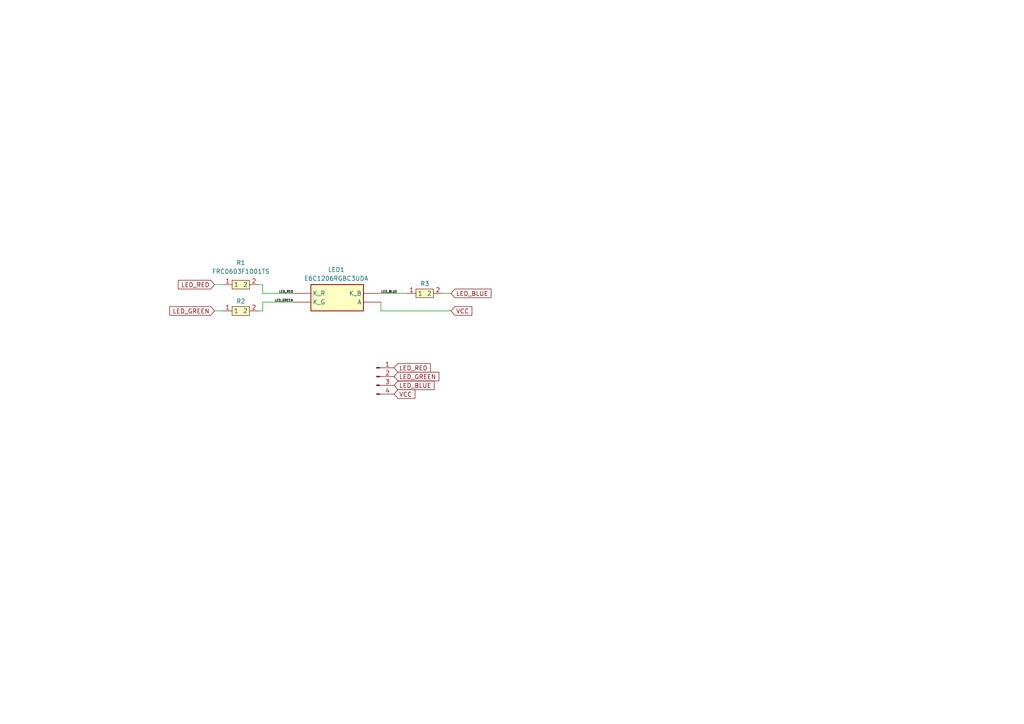
<source format=kicad_sch>
(kicad_sch (version 20250114) (generator "eeschema") (generator_version "9.0")
  (paper "A4")
  (title_block (title "Charge LED_RGB") (date "2026-02-20") (rev "Mk 0.1") (company "clectric.diy") (comment 1 "Copyright © 2026 clectric.diy Licensed under CERN-OHL-W v2") (comment 2 "Charles H. Leggett"))
  (lib_symbols
    (symbol "Connector:Conn_01x04_Pin" (pin_names (offset 1.016) (hide yes))
      (property "Reference" "J" (at 0 5.08 0))
      (property "Value" "Conn_01x04_Pin" (at 0 -7.62 0))
      (symbol "Conn_01x04_Pin_1_1"
        (rectangle (start 0.8636 2.667) (end 0 2.413) (stroke (width 0.1524)) (fill (type outline)))
        (rectangle (start 0.8636 0.127) (end 0 -0.127) (stroke (width 0.1524)) (fill (type outline)))
        (rectangle (start 0.8636 -2.413) (end 0 -2.667) (stroke (width 0.1524)) (fill (type outline)))
        (rectangle (start 0.8636 -4.953) (end 0 -5.207) (stroke (width 0.1524)) (fill (type outline)))
        (polyline (pts (xy 1.27 2.54) (xy 0.8636 2.54)) (stroke (width 0.1524)))
        (polyline (pts (xy 1.27 0) (xy 0.8636 0)) (stroke (width 0.1524)))
        (polyline (pts (xy 1.27 -2.54) (xy 0.8636 -2.54)) (stroke (width 0.1524)))
        (polyline (pts (xy 1.27 -5.08) (xy 0.8636 -5.08)) (stroke (width 0.1524)))
        (pin passive line (at 5.08 2.54 180) (length 3.81) (name "Pin_1") (number "1"))
        (pin passive line (at 5.08 0 180) (length 3.81) (name "Pin_2") (number "2"))
        (pin passive line (at 5.08 -2.54 180) (length 3.81) (name "Pin_3") (number "3"))
        (pin passive line (at 5.08 -5.08 180) (length 3.81) (name "Pin_4") (number "4"))
      )
    )
    (symbol "clectric-diy:E6C1206RGBC3UDA" (pin_numbers (hide yes))
      (property "Reference" "IC" (at 21.59 7.62 0))
      (property "Value" "E6C1206RGBC3UDA" (at 21.59 5.08 0))
      (symbol "E6C1206RGBC3UDA_1_1"
        (rectangle (start 5.08 2.54) (end 20.32 -5.08) (stroke (width 0.254)) (fill (type background)))
        (pin passive line (at 0 0 0) (length 5.08) (name "K_G") (number "1"))
        (pin passive line (at 0 -2.54 0) (length 5.08) (name "K_R") (number "3"))
        (pin passive line (at 25.4 0 180) (length 5.08) (name "A") (number "2"))
        (pin passive line (at 25.4 -2.54 180) (length 5.08) (name "K_B") (number "4"))
      )
    )
    (symbol "clectric-diy:FRC0603F1001TS"
      (property "Reference" "R" (at 0 5.08 0))
      (property "Value" "FRC0603F1001TS" (at 0 -5.08 0))
      (symbol "FRC0603F1001TS_0_1"
        (rectangle (start -2.54 1.27) (end 2.54 -1.27) (fill (type background)))
        (pin unspecified line (at -5.08 0 0) (length 2.54) (name "1") (number "1"))
        (pin unspecified line (at 5.08 0 180) (length 2.54) (name "2") (number "2"))
      )
    )
  )
  (wire (pts (xy 128.27 85.09) (xy 130.81 85.09)))
  (wire (pts (xy 110.49 87.63) (xy 110.49 90.17)))
  (wire (pts (xy 76.2 82.55) (xy 76.2 85.09)))
  (wire (pts (xy 62.23 90.17) (xy 64.77 90.17)))
  (wire (pts (xy 74.93 82.55) (xy 76.2 82.55)))
  (wire (pts (xy 110.49 85.09) (xy 118.11 85.09)))
  (wire (pts (xy 62.23 82.55) (xy 64.77 82.55)))
  (wire (pts (xy 110.49 90.17) (xy 130.81 90.17)))
  (wire (pts (xy 76.2 87.63) (xy 85.09 87.63)))
  (wire (pts (xy 76.2 90.17) (xy 76.2 87.63)))
  (wire (pts (xy 74.93 90.17) (xy 76.2 90.17)))
  (wire (pts (xy 76.2 85.09) (xy 85.09 85.09)))
  (label "LED_GREEN" (at 85.09 87.63 180) (effects (font (size 0.635 0.635))))
  (label "LED_BLUE" (at 110.49 85.09 0) (effects (font (size 0.635 0.635))))
  (label "LED_RED" (at 85.09 85.09 180) (effects (font (size 0.635 0.635))))
  (global_label "VCC" (shape input) (at 114.3 114.3 0) (property "Intersheetrefs" "${INTERSHEET_REFS}" (effects (hide yes))))
  (global_label "LED_RED" (shape input) (at 62.23 82.55 180) (property "Intersheetrefs" "${INTERSHEET_REFS}" (effects (hide yes))))
  (global_label "LED_GREEN" (shape input) (at 62.23 90.17 180) (property "Intersheetrefs" "${INTERSHEET_REFS}" (effects (hide yes))))
  (global_label "LED_BLUE" (shape input) (at 130.81 85.09 0) (property "Intersheetrefs" "${INTERSHEET_REFS}" (effects (hide yes))))
  (global_label "LED_BLUE" (shape input) (at 114.3 111.76 0) (property "Intersheetrefs" "${INTERSHEET_REFS}" (effects (hide yes))))
  (global_label "LED_RED" (shape input) (at 114.3 106.68 0) (property "Intersheetrefs" "${INTERSHEET_REFS}" (effects (hide yes))))
  (global_label "VCC" (shape input) (at 130.81 90.17 0) (property "Intersheetrefs" "${INTERSHEET_REFS}" (effects (hide yes))))
  (global_label "LED_GREEN" (shape input) (at 114.3 109.22 0) (property "Intersheetrefs" "${INTERSHEET_REFS}" (effects (hide yes))))
  (symbol (lib_id "clectric-diy:FRC0603F1001TS") (at 69.85 82.55 0) (unit 1)
    (property "Reference" "R1" (at 69.85 76.2 0))
    (property "Value" "FRC0603F1001TS" (at 69.85 78.74 0))
    (property "Footprint" "clectric-diy:R0603" (effects (hide yes)))
    (property "LCSC Part" "C2907002" (effects (hide yes)))
  )
  (symbol (lib_id "Connector:Conn_01x04_Pin") (at 109.22 109.22 0) (unit 1)
    (property "Reference" "J1" (effects (hide yes)))
    (property "Value" "HDR-TH_4P-P2.54-V-M" (effects (hide yes)))
    (property "Footprint" "clectric-diy:HDR-TH_4P-P2.54-V-M" (effects (hide yes)))
    (property "Description" "Generic connector, single row, 01x04, script generated" (effects (hide yes)))
  )
  (symbol (lib_id "clectric-diy:FRC0603F1001TS") (at 123.19 85.09 0) (unit 1)
    (property "Reference" "R3" (at 123.19 82.296 0))
    (property "Value" "FRC0603F1001TS" (effects (hide yes)))
    (property "Footprint" "clectric-diy:R0603" (effects (hide yes)))
    (property "LCSC Part" "C2907002" (effects (hide yes)))
  )
  (symbol (lib_id "clectric-diy:E6C1206RGBC3UDA") (at 85.09 87.63 0) (mirror x) (unit 1)
    (property "Reference" "LED1" (at 97.536 78.232 0))
    (property "Value" "E6C1206RGBC3UDA" (at 97.536 80.772 0))
    (property "Footprint" "clectric-diy:E6C1206RGBC3UDA" (effects (hide yes)))
    (property "Datasheet" "https://datasheet.lcsc.com/szlcsc/1912111437_EKINGLUX-E6C1206RGBC3UDA_C375571.pdf" (effects (hide yes)))
    (property "Description" "E6C1206RGBC3UDA" (effects (hide yes)))
    (property "Height" "1.1" (effects (hide yes)))
    (property "Manufacturer_Name" "EKINGLUX" (effects (hide yes)))
    (property "Manufacturer_Part_Number" "E6C1206RGBC3UDA" (effects (hide yes)))
  )
  (symbol (lib_id "clectric-diy:FRC0603F1001TS") (at 69.85 90.17 0) (unit 1)
    (property "Reference" "R2" (at 69.85 87.376 0))
    (property "Value" "FRC0603F1001TS" (effects (hide yes)))
    (property "Footprint" "clectric-diy:R0603" (effects (hide yes)))
    (property "LCSC Part" "C2907002" (effects (hide yes)))
  )
)
</source>
